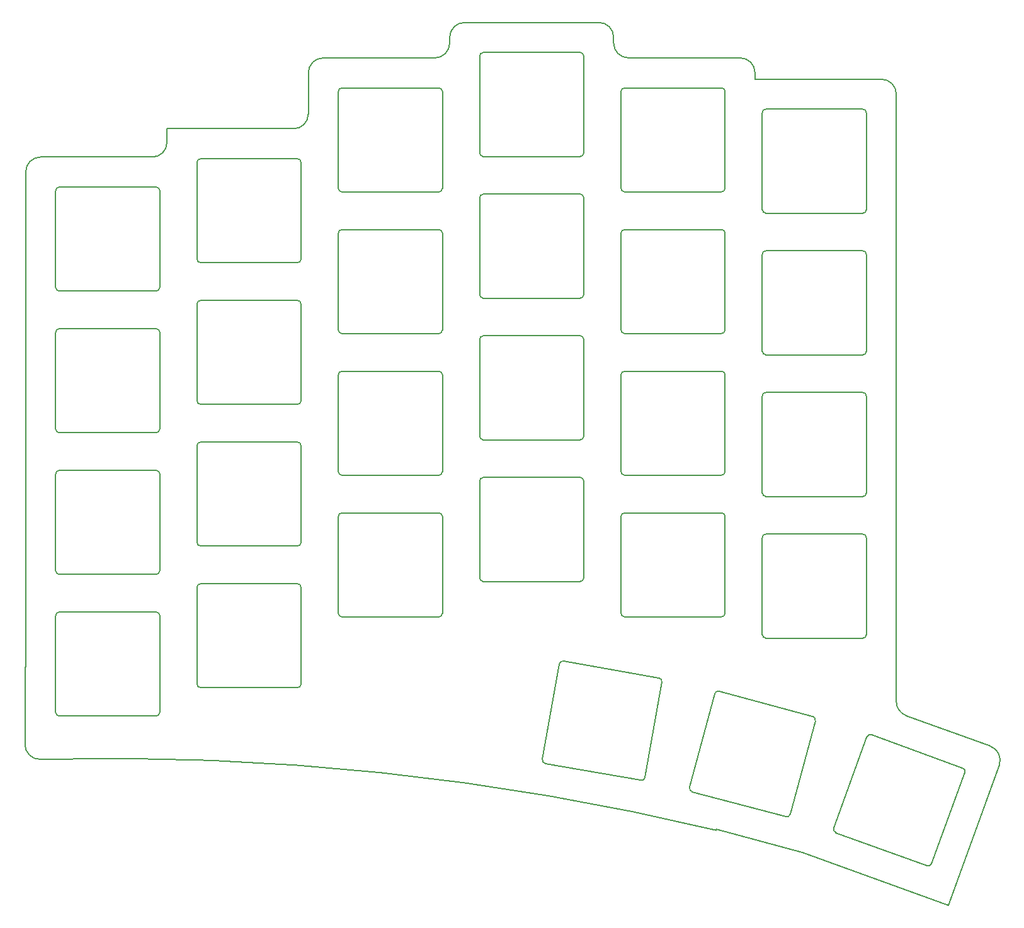
<source format=gbr>
%TF.GenerationSoftware,KiCad,Pcbnew,9.0.3-1.fc42*%
%TF.CreationDate,2025-08-27T19:55:34+02:00*%
%TF.ProjectId,plate_left,706c6174-655f-46c6-9566-742e6b696361,v1.0.0*%
%TF.SameCoordinates,Original*%
%TF.FileFunction,Profile,NP*%
%FSLAX46Y46*%
G04 Gerber Fmt 4.6, Leading zero omitted, Abs format (unit mm)*
G04 Created by KiCad (PCBNEW 9.0.3-1.fc42) date 2025-08-27 19:55:34*
%MOMM*%
%LPD*%
G01*
G04 APERTURE LIST*
%TA.AperFunction,Profile*%
%ADD10C,0.150000*%
%TD*%
G04 APERTURE END LIST*
D10*
X57975000Y-198214782D02*
X57975000Y-131920000D01*
X74975000Y-129920000D02*
X59975000Y-129920000D01*
X93975000Y-126110000D02*
X76975000Y-126110000D01*
X76975000Y-126110000D02*
X76975000Y-127920000D01*
X112975000Y-116585000D02*
X97975000Y-116585000D01*
X95975000Y-118585000D02*
X95975000Y-124110000D01*
X137025000Y-114585000D02*
X137025000Y-113822500D01*
X135025000Y-111822500D02*
X116975000Y-111822500D01*
X114975000Y-113822500D02*
X114975000Y-114585000D01*
X156025000Y-119442500D02*
X156025000Y-118585000D01*
X154025000Y-116585000D02*
X139025000Y-116585000D01*
X175025000Y-203142040D02*
X175025000Y-121442500D01*
X173025000Y-119442500D02*
X156025000Y-119442500D01*
X150800031Y-220300758D02*
X162363646Y-223399219D01*
X162363646Y-223399219D02*
X182003578Y-230547570D01*
X182003578Y-230547570D02*
X188861082Y-211706733D01*
X187665737Y-209143307D02*
X176340960Y-205021426D01*
X150774461Y-220445772D02*
X150800031Y-220300758D01*
X57975000Y-198214782D02*
X57875000Y-198781910D01*
X59927469Y-210905525D02*
G75*
G02*
X150774461Y-220445772I9182021J-349879537D01*
G01*
X57875000Y-208906213D02*
X57875000Y-198781910D01*
X57975000Y-131920000D02*
G75*
G02*
X59975000Y-129920000I2000000J0D01*
G01*
X76975000Y-127920000D02*
G75*
G02*
X74975000Y-129920000I-2000000J0D01*
G01*
X95975000Y-124110000D02*
G75*
G02*
X93975000Y-126110000I-2000000J0D01*
G01*
X95975000Y-118585000D02*
G75*
G02*
X97975000Y-116585000I2000000J0D01*
G01*
X114975000Y-114585000D02*
G75*
G02*
X112975000Y-116585000I-2000000J0D01*
G01*
X114975000Y-113822500D02*
G75*
G02*
X116975000Y-111822500I2000000J0D01*
G01*
X135025000Y-111822500D02*
G75*
G02*
X137025000Y-113822500I0J-2000000D01*
G01*
X139025000Y-116585000D02*
G75*
G02*
X137025000Y-114585000I0J2000000D01*
G01*
X154025000Y-116585000D02*
G75*
G02*
X156025000Y-118585000I0J-2000000D01*
G01*
X173025000Y-119442500D02*
G75*
G02*
X175025000Y-121442500I0J-2000000D01*
G01*
X176340960Y-205021425D02*
G75*
G02*
X175025000Y-203142040I684040J1879385D01*
G01*
X187665737Y-209143308D02*
G75*
G02*
X188861082Y-211706733I-684040J-1879385D01*
G01*
X59927469Y-210905525D02*
G75*
G02*
X57875000Y-208906213I-52469J1999312D01*
G01*
X62500000Y-205095000D02*
X75500000Y-205095000D01*
X76000000Y-204595000D02*
X76000000Y-191595000D01*
X75500000Y-191095000D02*
X62500000Y-191095000D01*
X62000000Y-191595000D02*
X62000000Y-204595000D01*
X76000000Y-204595000D02*
G75*
G02*
X75500000Y-205095000I-500000J0D01*
G01*
X75500000Y-191095000D02*
G75*
G02*
X76000000Y-191595000I0J-500000D01*
G01*
X62000000Y-191595000D02*
G75*
G02*
X62500000Y-191095000I500000J0D01*
G01*
X62500000Y-205095000D02*
G75*
G02*
X62000000Y-204595000I0J500000D01*
G01*
X62500000Y-186045000D02*
X75500000Y-186045000D01*
X76000000Y-185545000D02*
X76000000Y-172545000D01*
X75500000Y-172045000D02*
X62500000Y-172045000D01*
X62000000Y-172545000D02*
X62000000Y-185545000D01*
X76000000Y-185545000D02*
G75*
G02*
X75500000Y-186045000I-500000J0D01*
G01*
X75500000Y-172045000D02*
G75*
G02*
X76000000Y-172545000I0J-500000D01*
G01*
X62000000Y-172545000D02*
G75*
G02*
X62500000Y-172045000I500000J0D01*
G01*
X62500000Y-186045000D02*
G75*
G02*
X62000000Y-185545000I0J500000D01*
G01*
X62500000Y-166995000D02*
X75500000Y-166995000D01*
X76000000Y-166495000D02*
X76000000Y-153495000D01*
X75500000Y-152995000D02*
X62500000Y-152995000D01*
X62000000Y-153495000D02*
X62000000Y-166495000D01*
X76000000Y-166495000D02*
G75*
G02*
X75500000Y-166995000I-500000J0D01*
G01*
X75500000Y-152995000D02*
G75*
G02*
X76000000Y-153495000I0J-500000D01*
G01*
X62000000Y-153495000D02*
G75*
G02*
X62500000Y-152995000I500000J0D01*
G01*
X62500000Y-166995000D02*
G75*
G02*
X62000000Y-166495000I0J500000D01*
G01*
X62500000Y-147945000D02*
X75500000Y-147945000D01*
X76000000Y-147445000D02*
X76000000Y-134445000D01*
X75500000Y-133945000D02*
X62500000Y-133945000D01*
X62000000Y-134445000D02*
X62000000Y-147445000D01*
X76000000Y-147445000D02*
G75*
G02*
X75500000Y-147945000I-500000J0D01*
G01*
X75500000Y-133945000D02*
G75*
G02*
X76000000Y-134445000I0J-500000D01*
G01*
X62000000Y-134445000D02*
G75*
G02*
X62500000Y-133945000I500000J0D01*
G01*
X62500000Y-147945000D02*
G75*
G02*
X62000000Y-147445000I0J500000D01*
G01*
X81500000Y-201285000D02*
X94500000Y-201285000D01*
X95000000Y-200785000D02*
X95000000Y-187785000D01*
X94500000Y-187285000D02*
X81500000Y-187285000D01*
X81000000Y-187785000D02*
X81000000Y-200785000D01*
X95000000Y-200785000D02*
G75*
G02*
X94500000Y-201285000I-500000J0D01*
G01*
X94500000Y-187285000D02*
G75*
G02*
X95000000Y-187785000I0J-500000D01*
G01*
X81000000Y-187785000D02*
G75*
G02*
X81500000Y-187285000I500000J0D01*
G01*
X81500000Y-201285000D02*
G75*
G02*
X81000000Y-200785000I0J500000D01*
G01*
X81500000Y-182235000D02*
X94500000Y-182235000D01*
X95000000Y-181735000D02*
X95000000Y-168735000D01*
X94500000Y-168235000D02*
X81500000Y-168235000D01*
X81000000Y-168735000D02*
X81000000Y-181735000D01*
X95000000Y-181735000D02*
G75*
G02*
X94500000Y-182235000I-500000J0D01*
G01*
X94500000Y-168235000D02*
G75*
G02*
X95000000Y-168735000I0J-500000D01*
G01*
X81000000Y-168735000D02*
G75*
G02*
X81500000Y-168235000I500000J0D01*
G01*
X81500000Y-182235000D02*
G75*
G02*
X81000000Y-181735000I0J500000D01*
G01*
X81500000Y-163185000D02*
X94500000Y-163185000D01*
X95000000Y-162685000D02*
X95000000Y-149685000D01*
X94500000Y-149185000D02*
X81500000Y-149185000D01*
X81000000Y-149685000D02*
X81000000Y-162685000D01*
X95000000Y-162685000D02*
G75*
G02*
X94500000Y-163185000I-500000J0D01*
G01*
X94500000Y-149185000D02*
G75*
G02*
X95000000Y-149685000I0J-500000D01*
G01*
X81000000Y-149685000D02*
G75*
G02*
X81500000Y-149185000I500000J0D01*
G01*
X81500000Y-163185000D02*
G75*
G02*
X81000000Y-162685000I0J500000D01*
G01*
X81500000Y-144135000D02*
X94500000Y-144135000D01*
X95000000Y-143635000D02*
X95000000Y-130635000D01*
X94500000Y-130135000D02*
X81500000Y-130135000D01*
X81000000Y-130635000D02*
X81000000Y-143635000D01*
X95000000Y-143635000D02*
G75*
G02*
X94500000Y-144135000I-500000J0D01*
G01*
X94500000Y-130135000D02*
G75*
G02*
X95000000Y-130635000I0J-500000D01*
G01*
X81000000Y-130635000D02*
G75*
G02*
X81500000Y-130135000I500000J0D01*
G01*
X81500000Y-144135000D02*
G75*
G02*
X81000000Y-143635000I0J500000D01*
G01*
X100500000Y-191760000D02*
X113500000Y-191760000D01*
X114000000Y-191260000D02*
X114000000Y-178260000D01*
X113500000Y-177760000D02*
X100500000Y-177760000D01*
X100000000Y-178260000D02*
X100000000Y-191260000D01*
X114000000Y-191260000D02*
G75*
G02*
X113500000Y-191760000I-500000J0D01*
G01*
X113500000Y-177760000D02*
G75*
G02*
X114000000Y-178260000I0J-500000D01*
G01*
X100000000Y-178260000D02*
G75*
G02*
X100500000Y-177760000I500000J0D01*
G01*
X100500000Y-191760000D02*
G75*
G02*
X100000000Y-191260000I0J500000D01*
G01*
X100500000Y-172710000D02*
X113500000Y-172710000D01*
X114000000Y-172210000D02*
X114000000Y-159210000D01*
X113500000Y-158710000D02*
X100500000Y-158710000D01*
X100000000Y-159210000D02*
X100000000Y-172210000D01*
X114000000Y-172210000D02*
G75*
G02*
X113500000Y-172710000I-500000J0D01*
G01*
X113500000Y-158710000D02*
G75*
G02*
X114000000Y-159210000I0J-500000D01*
G01*
X100000000Y-159210000D02*
G75*
G02*
X100500000Y-158710000I500000J0D01*
G01*
X100500000Y-172710000D02*
G75*
G02*
X100000000Y-172210000I0J500000D01*
G01*
X100500000Y-153660000D02*
X113500000Y-153660000D01*
X114000000Y-153160000D02*
X114000000Y-140160000D01*
X113500000Y-139660000D02*
X100500000Y-139660000D01*
X100000000Y-140160000D02*
X100000000Y-153160000D01*
X114000000Y-153160000D02*
G75*
G02*
X113500000Y-153660000I-500000J0D01*
G01*
X113500000Y-139660000D02*
G75*
G02*
X114000000Y-140160000I0J-500000D01*
G01*
X100000000Y-140160000D02*
G75*
G02*
X100500000Y-139660000I500000J0D01*
G01*
X100500000Y-153660000D02*
G75*
G02*
X100000000Y-153160000I0J500000D01*
G01*
X100500000Y-134610000D02*
X113500000Y-134610000D01*
X114000000Y-134110000D02*
X114000000Y-121110000D01*
X113500000Y-120610000D02*
X100500000Y-120610000D01*
X100000000Y-121110000D02*
X100000000Y-134110000D01*
X114000000Y-134110000D02*
G75*
G02*
X113500000Y-134610000I-500000J0D01*
G01*
X113500000Y-120610000D02*
G75*
G02*
X114000000Y-121110000I0J-500000D01*
G01*
X100000000Y-121110000D02*
G75*
G02*
X100500000Y-120610000I500000J0D01*
G01*
X100500000Y-134610000D02*
G75*
G02*
X100000000Y-134110000I0J500000D01*
G01*
X138500000Y-191760000D02*
X151500000Y-191760000D01*
X152000000Y-191260000D02*
X152000000Y-178260000D01*
X151500000Y-177760000D02*
X138500000Y-177760000D01*
X138000000Y-178260000D02*
X138000000Y-191260000D01*
X152000000Y-191260000D02*
G75*
G02*
X151500000Y-191760000I-500000J0D01*
G01*
X151500000Y-177760000D02*
G75*
G02*
X152000000Y-178260000I0J-500000D01*
G01*
X138000000Y-178260000D02*
G75*
G02*
X138500000Y-177760000I500000J0D01*
G01*
X138500000Y-191760000D02*
G75*
G02*
X138000000Y-191260000I0J500000D01*
G01*
X138500000Y-172710000D02*
X151500000Y-172710000D01*
X152000000Y-172210000D02*
X152000000Y-159210000D01*
X151500000Y-158710000D02*
X138500000Y-158710000D01*
X138000000Y-159210000D02*
X138000000Y-172210000D01*
X152000000Y-172210000D02*
G75*
G02*
X151500000Y-172710000I-500000J0D01*
G01*
X151500000Y-158710000D02*
G75*
G02*
X152000000Y-159210000I0J-500000D01*
G01*
X138000000Y-159210000D02*
G75*
G02*
X138500000Y-158710000I500000J0D01*
G01*
X138500000Y-172710000D02*
G75*
G02*
X138000000Y-172210000I0J500000D01*
G01*
X138500000Y-153660000D02*
X151500000Y-153660000D01*
X152000000Y-153160000D02*
X152000000Y-140160000D01*
X151500000Y-139660000D02*
X138500000Y-139660000D01*
X138000000Y-140160000D02*
X138000000Y-153160000D01*
X152000000Y-153160000D02*
G75*
G02*
X151500000Y-153660000I-500000J0D01*
G01*
X151500000Y-139660000D02*
G75*
G02*
X152000000Y-140160000I0J-500000D01*
G01*
X138000000Y-140160000D02*
G75*
G02*
X138500000Y-139660000I500000J0D01*
G01*
X138500000Y-153660000D02*
G75*
G02*
X138000000Y-153160000I0J500000D01*
G01*
X138500000Y-134610000D02*
X151500000Y-134610000D01*
X152000000Y-134110000D02*
X152000000Y-121110000D01*
X151500000Y-120610000D02*
X138500000Y-120610000D01*
X138000000Y-121110000D02*
X138000000Y-134110000D01*
X152000000Y-134110000D02*
G75*
G02*
X151500000Y-134610000I-500000J0D01*
G01*
X151500000Y-120610000D02*
G75*
G02*
X152000000Y-121110000I0J-500000D01*
G01*
X138000000Y-121110000D02*
G75*
G02*
X138500000Y-120610000I500000J0D01*
G01*
X138500000Y-134610000D02*
G75*
G02*
X138000000Y-134110000I0J500000D01*
G01*
X157500000Y-194617500D02*
X170500000Y-194617500D01*
X171000000Y-194117500D02*
X171000000Y-181117500D01*
X170500000Y-180617500D02*
X157500000Y-180617500D01*
X157000000Y-181117500D02*
X157000000Y-194117500D01*
X171000000Y-194117500D02*
G75*
G02*
X170500000Y-194617500I-500000J0D01*
G01*
X170500000Y-180617500D02*
G75*
G02*
X171000000Y-181117500I0J-500000D01*
G01*
X157000000Y-181117500D02*
G75*
G02*
X157500000Y-180617500I500000J0D01*
G01*
X157500000Y-194617500D02*
G75*
G02*
X157000000Y-194117500I0J500000D01*
G01*
X157500000Y-175567500D02*
X170500000Y-175567500D01*
X171000000Y-175067500D02*
X171000000Y-162067500D01*
X170500000Y-161567500D02*
X157500000Y-161567500D01*
X157000000Y-162067500D02*
X157000000Y-175067500D01*
X171000000Y-175067500D02*
G75*
G02*
X170500000Y-175567500I-500000J0D01*
G01*
X170500000Y-161567500D02*
G75*
G02*
X171000000Y-162067500I0J-500000D01*
G01*
X157000000Y-162067500D02*
G75*
G02*
X157500000Y-161567500I500000J0D01*
G01*
X157500000Y-175567500D02*
G75*
G02*
X157000000Y-175067500I0J500000D01*
G01*
X157500000Y-156517500D02*
X170500000Y-156517500D01*
X171000000Y-156017500D02*
X171000000Y-143017500D01*
X170500000Y-142517500D02*
X157500000Y-142517500D01*
X157000000Y-143017500D02*
X157000000Y-156017500D01*
X171000000Y-156017500D02*
G75*
G02*
X170500000Y-156517500I-500000J0D01*
G01*
X170500000Y-142517500D02*
G75*
G02*
X171000000Y-143017500I0J-500000D01*
G01*
X157000000Y-143017500D02*
G75*
G02*
X157500000Y-142517500I500000J0D01*
G01*
X157500000Y-156517500D02*
G75*
G02*
X157000000Y-156017500I0J500000D01*
G01*
X157500000Y-137467500D02*
X170500000Y-137467500D01*
X171000000Y-136967500D02*
X171000000Y-123967500D01*
X170500000Y-123467500D02*
X157500000Y-123467500D01*
X157000000Y-123967500D02*
X157000000Y-136967500D01*
X171000000Y-136967500D02*
G75*
G02*
X170500000Y-137467500I-500000J0D01*
G01*
X170500000Y-123467500D02*
G75*
G02*
X171000000Y-123967500I0J-500000D01*
G01*
X157000000Y-123967500D02*
G75*
G02*
X157500000Y-123467500I500000J0D01*
G01*
X157500000Y-137467500D02*
G75*
G02*
X157000000Y-136967500I0J500000D01*
G01*
X127858212Y-211479941D02*
X140660713Y-213737367D01*
X141239941Y-213331788D02*
X143497367Y-200529287D01*
X143091788Y-199950059D02*
X130289287Y-197692633D01*
X129710059Y-198098212D02*
X127452633Y-210900713D01*
X141239941Y-213331787D02*
G75*
G02*
X140660713Y-213737367I-492404J86824D01*
G01*
X143091788Y-199950060D02*
G75*
G02*
X143497367Y-200529287I-86824J-492403D01*
G01*
X129710060Y-198098212D02*
G75*
G02*
X130289287Y-197692633I492403J-86824D01*
G01*
X127858213Y-211479941D02*
G75*
G02*
X127452633Y-210900713I86824J492404D01*
G01*
X147587991Y-215273108D02*
X160145027Y-218637756D01*
X160757399Y-218284202D02*
X164122047Y-205727166D01*
X163768494Y-205114794D02*
X151211458Y-201750146D01*
X150599085Y-202103700D02*
X147234438Y-214660736D01*
X160757399Y-218284202D02*
G75*
G02*
X160145027Y-218637756I-482963J129409D01*
G01*
X163768493Y-205114794D02*
G75*
G02*
X164122047Y-205727166I-129409J-482963D01*
G01*
X150599085Y-202103699D02*
G75*
G02*
X151211458Y-201750146I482963J-129410D01*
G01*
X147587992Y-215273108D02*
G75*
G02*
X147234438Y-214660736I129409J482963D01*
G01*
X166912096Y-220771404D02*
X179128100Y-225217666D01*
X179768956Y-224918830D02*
X184215218Y-212702826D01*
X183916382Y-212061969D02*
X171700378Y-207615707D01*
X171059522Y-207914544D02*
X166613260Y-220130548D01*
X179768956Y-224918830D02*
G75*
G02*
X179128100Y-225217666I-469846J171010D01*
G01*
X183916382Y-212061970D02*
G75*
G02*
X184215218Y-212702826I-171010J-469846D01*
G01*
X171059521Y-207914544D02*
G75*
G02*
X171700378Y-207615707I469847J-171010D01*
G01*
X166912096Y-220771404D02*
G75*
G02*
X166613260Y-220130548I171010J469846D01*
G01*
X133000000Y-186497500D02*
X133000000Y-173497500D01*
X132500000Y-172997500D02*
X119500000Y-172997500D01*
X119000000Y-173497500D02*
X119000000Y-186497500D01*
X119500000Y-186997500D02*
X132500000Y-186997500D01*
X132500000Y-172997500D02*
G75*
G02*
X133000000Y-173497500I0J-500000D01*
G01*
X119000000Y-173497500D02*
G75*
G02*
X119500000Y-172997500I500000J0D01*
G01*
X119500000Y-186997500D02*
G75*
G02*
X119000000Y-186497500I0J500000D01*
G01*
X133000000Y-186497500D02*
G75*
G02*
X132500000Y-186997500I-500000J0D01*
G01*
X133000000Y-167447500D02*
X133000000Y-154447500D01*
X132500000Y-153947500D02*
X119500000Y-153947500D01*
X119000000Y-154447500D02*
X119000000Y-167447500D01*
X119500000Y-167947500D02*
X132500000Y-167947500D01*
X132500000Y-153947500D02*
G75*
G02*
X133000000Y-154447500I0J-500000D01*
G01*
X119000000Y-154447500D02*
G75*
G02*
X119500000Y-153947500I500000J0D01*
G01*
X119500000Y-167947500D02*
G75*
G02*
X119000000Y-167447500I0J500000D01*
G01*
X133000000Y-167447500D02*
G75*
G02*
X132500000Y-167947500I-500000J0D01*
G01*
X133000000Y-148397500D02*
X133000000Y-135397500D01*
X132500000Y-134897500D02*
X119500000Y-134897500D01*
X119000000Y-135397500D02*
X119000000Y-148397500D01*
X119500000Y-148897500D02*
X132500000Y-148897500D01*
X132500000Y-134897500D02*
G75*
G02*
X133000000Y-135397500I0J-500000D01*
G01*
X119000000Y-135397500D02*
G75*
G02*
X119500000Y-134897500I500000J0D01*
G01*
X119500000Y-148897500D02*
G75*
G02*
X119000000Y-148397500I0J500000D01*
G01*
X133000000Y-148397500D02*
G75*
G02*
X132500000Y-148897500I-500000J0D01*
G01*
X133000000Y-129347500D02*
X133000000Y-116347500D01*
X132500000Y-115847500D02*
X119500000Y-115847500D01*
X119000000Y-116347500D02*
X119000000Y-129347500D01*
X119500000Y-129847500D02*
X132500000Y-129847500D01*
X132500000Y-115847500D02*
G75*
G02*
X133000000Y-116347500I0J-500000D01*
G01*
X119000000Y-116347500D02*
G75*
G02*
X119500000Y-115847500I500000J0D01*
G01*
X119500000Y-129847500D02*
G75*
G02*
X119000000Y-129347500I0J500000D01*
G01*
X133000000Y-129347500D02*
G75*
G02*
X132500000Y-129847500I-500000J0D01*
G01*
M02*

</source>
